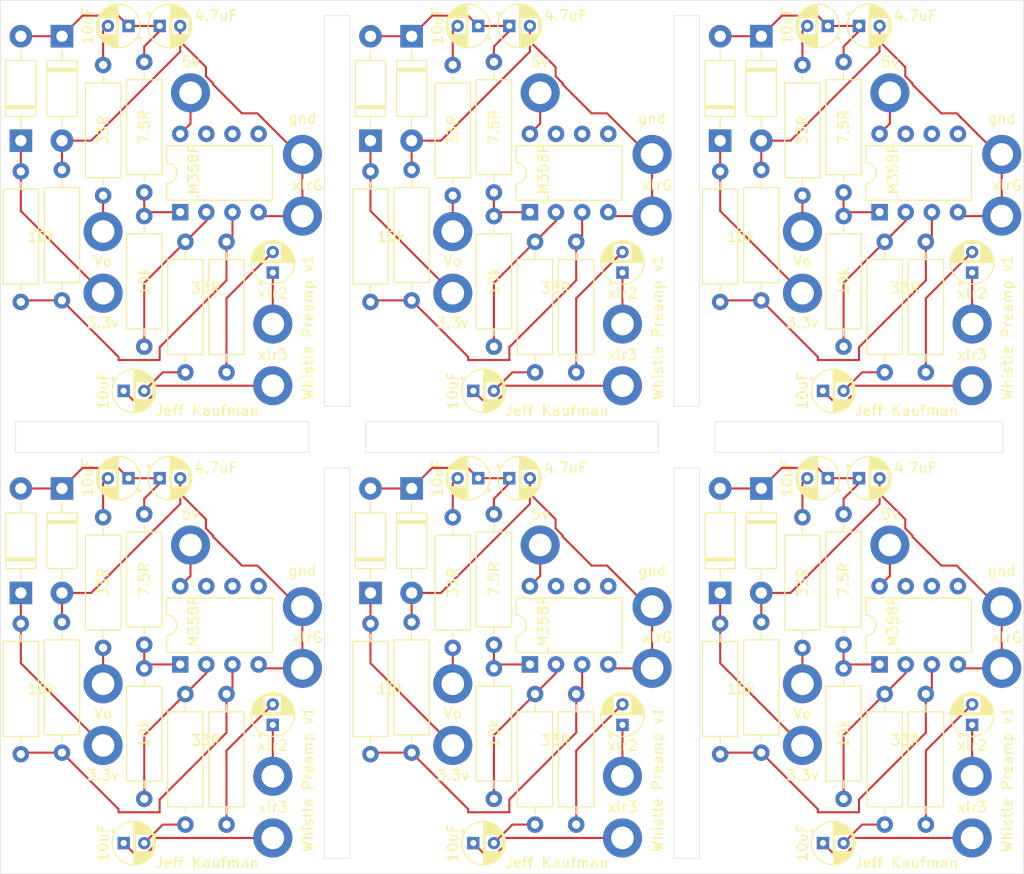
<source format=kicad_pcb>
(kicad_pcb (version 20240108) (generator "pcbnew") (generator_version "8.0")
  (layers (0 "F.Cu" signal) (31 "B.Cu" signal) (34 "B.Paste" user) (35 "F.Paste" user) (36 "B.SilkS" user "B.Silkscreen") (37 "F.SilkS" user "F.Silkscreen") (38 "B.Mask" user) (39 "F.Mask" user) (44 "Edge.Cuts" user))
  (net 0 "")
  (net 1 "Net-(C1-Pad2)")
  (net 2 "Net-(C1-Pad1)")
  (net 3 "Net-(C2-Pad2)")
  (net 4 "Net-(C2-Pad1)")
  (net 5 "Net-(D1-K)")
  (net 6 "Net-(D1-A)")
  (net 7 "Net-(C4-Pad2)")
  (net 8 "Net-(D2-K)")
  (net 9 "Net-(H4-Pad1)")
  (net 10 "Net-(U1C-V+)")
  (net 11 "Net-(U1A--)")
  (net 12 "Net-(U1A-+)")
  (net 13 "Net-(R3-Pad1)")
  (footprint "MountingHole:MountingHole_2.2mm_M2_DIN965_Pad_TopBottom" (layer "F.Cu") (at 244.5 83.5)
    (property "Reference" "H1" (hide yes))
    (property "Value" "xlr3")
  )
  (footprint "Capacitor_THT:CP_Radial_D4.0mm_P2.00mm" (layer "F.Cu") (at 196.4726 48.5 180)
    (property "Reference" "C4" (hide yes))
    (property "Value" "10uF")
  )
  (footprint "MountingHole:MountingHole_2.2mm_M2_DIN965_Pad_TopBottom" (layer "F.Cu") (at 228 74.5)
    (property "Reference" "H7" (hide yes))
    (property "Value" "3.3v")
  )
  (footprint "Resistor_THT:R_Axial_DIN0309_L9.0mm_D3.2mm_P12.70mm_Horizontal" (layer "F.Cu") (at 172 69.5 -90)
    (property "Reference" "R2" (hide yes))
    (property "Value" "33R")
  )
  (footprint "Capacitor_THT:CP_Radial_D4.0mm_P2.00mm" (layer "F.Cu") (at 199.5 92.5)
    (property "Reference" "C3" (hide yes))
    (property "Value" "4.7uF")
  )
  (footprint "MountingHole:MountingHole_2.2mm_M2_DIN965_Pad_TopBottom" (layer "F.Cu") (at 228 118.5)
    (property "Reference" "H7" (hide yes))
    (property "Value" "3.3v")
  )
  (footprint "MountingHole:MountingHole_2.2mm_M2_DIN965_Pad_TopBottom" (layer "F.Cu") (at 210.5 77.5)
    (property "Reference" "H2" (hide yes))
    (property "Value" "xlr2")
  )
  (footprint "MountingHole:MountingHole_2.2mm_M2_DIN965_Pad_TopBottom" (layer "F.Cu") (at 179.38 105)
    (property "Reference" "H5" (hide yes))
    (property "Value" "gnd")
  )
  (footprint "MountingHole:MountingHole_5mm" (layer "F.Cu") (at 175.5 51.5)
    (property "Reference" "REF**" (hide yes))
    (property "Value" "MountingHole_5mm" (hide yes))
  )
  (footprint "MountingHole:MountingHole_2.2mm_M2_DIN965_Pad_TopBottom" (layer "F.Cu") (at 247.38 61)
    (property "Reference" "H5" (hide yes))
    (property "Value" "gnd")
  )
  (footprint "MountingHole:MountingHole_5mm" (layer "F.Cu") (at 175.5 95.5)
    (property "Reference" "REF**" (hide yes))
    (property "Value" "MountingHole_5mm" (hide yes))
  )
  (footprint "MountingHole:MountingHole_2.2mm_M2_DIN965_Pad_TopBottom" (layer "F.Cu") (at 213.38 61)
    (property "Reference" "H5" (hide yes))
    (property "Value" "gnd")
  )
  (footprint "Resistor_THT:R_Axial_DIN0309_L9.0mm_D3.2mm_P12.70mm_Horizontal" (layer "F.Cu") (at 198 111 -90)
    (property "Reference" "R3" (hide yes))
    (property "Value" "10k")
  )
  (footprint "Diode_THT:D_DO-41_SOD81_P10.16mm_Horizontal" (layer "F.Cu") (at 186 103.66 90)
    (property "Reference" "D2" (hide yes))
    (property "Value" "1N5818" (hide yes))
  )
  (footprint "Capacitor_THT:CP_Radial_D4.0mm_P2.00mm" (layer "F.Cu") (at 233.5 92.5)
    (property "Reference" "C3" (hide yes))
    (property "Value" "4.7uF")
  )
  (footprint "MountingHole:MountingHole_2.2mm_M2_DIN965_Pad_TopBottom" (layer "F.Cu") (at 210.5 121.5)
    (property "Reference" "H2" (hide yes))
    (property "Value" "xlr2")
  )
  (footprint "MountingHole:MountingHole_2.2mm_M2_DIN965_Pad_TopBottom" (layer "F.Cu") (at 244.5 127.5)
    (property "Reference" "H1" (hide yes))
    (property "Value" "xlr3")
  )
  (footprint "Resistor_THT:R_Axial_DIN0309_L9.0mm_D3.2mm_P12.70mm_Horizontal" (layer "F.Cu") (at 220 62.65 -90)
    (property "Reference" "R6" (hide yes))
    (property "Value" "10k")
  )
  (footprint "MountingHole:MountingHole_2.2mm_M2_DIN965_Pad_TopBottom" (layer "F.Cu") (at 168.5 99)
    (property "Reference" "H6" (hide yes))
    (property "Value" "5v")
  )
  (footprint "Resistor_THT:R_Axial_DIN0309_L9.0mm_D3.2mm_P12.70mm_Horizontal" (layer "F.Cu") (at 232 96 -90)
    (property "Reference" "R4" (hide yes))
    (property "Value" "7.5R")
  )
  (footprint "MountingHole:MountingHole_2.2mm_M2_DIN965_Pad_TopBottom" (layer "F.Cu") (at 179.38 67)
    (property "Reference" "H3" (hide yes))
    (property "Value" "xlrG")
  )
  (footprint "Resistor_THT:R_Axial_DIN0309_L9.0mm_D3.2mm_P12.70mm_Horizontal" (layer "F.Cu") (at 236 69.5 -90)
    (property "Reference" "R1" (hide yes))
    (property "Value" "33R" (hide yes))
  )
  (footprint "Capacitor_THT:CP_Radial_D4.0mm_P2.00mm" (layer "F.Cu") (at 230.4726 48.5 180)
    (property "Reference" "C4" (hide yes))
    (property "Value" "10uF")
  )
  (footprint "MountingHole:MountingHole_2.2mm_M2_DIN965_Pad_TopBottom" (layer "F.Cu") (at 247.38 111)
    (property "Reference" "H3" (hide yes))
    (property "Value" "xlrG")
  )
  (footprint "Diode_THT:D_DO-41_SOD81_P10.16mm_Horizontal" (layer "F.Cu") (at 186 59.66 90)
    (property "Reference" "D2" (hide yes))
    (property "Value" "1N5818" (hide yes))
  )
  (footprint "Diode_THT:D_DO-41_SOD81_P10.16mm_Horizontal" (layer "F.Cu") (at 224 49.5 -90)
    (property "Reference" "D1" (hide yes))
    (property "Value" "1N5818" (hide yes))
  )
  (footprint "Resistor_THT:R_Axial_DIN0309_L9.0mm_D3.2mm_P12.70mm_Horizontal" (layer "F.Cu") (at 194 65 90)
    (property "Reference" "R7" (hide yes))
    (property "Value" "33R")
  )
  (footprint "MountingHole:MountingHole_2.2mm_M2_DIN965_Pad_TopBottom" (layer "F.Cu") (at 210.5 83.5)
    (property "Reference" "H1" (hide yes))
    (property "Value" "xlr3")
  )
  (footprint "MountingHole:MountingHole_2.2mm_M2_DIN965_Pad_TopBottom" (layer "F.Cu") (at 160 118.5)
    (property "Reference" "H7" (hide yes))
    (property "Value" "3.3v")
  )
  (footprint "Resistor_THT:R_Axial_DIN0309_L9.0mm_D3.2mm_P12.70mm_Horizontal" (layer "F.Cu") (at 202 113.5 -90)
    (property "Reference" "R1" (hide yes))
    (property "Value" "33R" (hide yes))
  )
  (footprint "Resistor_THT:R_Axial_DIN0309_L9.0mm_D3.2mm_P12.70mm_Horizontal" (layer "F.Cu") (at 152 62.65 -90)
    (property "Reference" "R6" (hide yes))
    (property "Value" "10k")
  )
  (footprint "Resistor_THT:R_Axial_DIN0309_L9.0mm_D3.2mm_P12.70mm_Horizontal" (layer "F.Cu") (at 190 75.2 90)
    (property "Reference" "R5" (hide yes))
    (property "Value" "10k" (hide yes))
  )
  (footprint "Package_DIP:DIP-8_W7.62mm" (layer "F.Cu") (at 201.5 66.62 90)
    (property "Reference" "U1" (hide yes))
    (property "Value" "LM358P")
  )
  (footprint "Capacitor_THT:CP_Radial_D4.0mm_P2.00mm" (layer "F.Cu") (at 210.5 72.5 90)
    (property "Reference" "C2" (hide yes))
    (property "Value" "10uF" (hide yes))
  )
  (footprint "Resistor_THT:R_Axial_DIN0309_L9.0mm_D3.2mm_P12.70mm_Horizontal" (layer "F.Cu") (at 232 67 -90)
    (property "Reference" "R3" (hide yes))
    (property "Value" "10k")
  )
  (footprint "MountingHole:MountingHole_5mm" (layer "F.Cu") (at 223.5 125.5)
    (property "Reference" "REF**" (hide yes))
    (property "Value" "MountingHole_5mm" (hide yes))
  )
  (footprint "MountingHole:MountingHole_2.2mm_M2_DIN965_Pad_TopBottom" (layer "F.Cu") (at 176.5 77.5)
    (property "Reference" "H2" (hide yes))
    (property "Value" "xlr2")
  )
  (footprint "Capacitor_THT:CP_Radial_D4.0mm_P2.00mm" (layer "F.Cu") (at 244.5 116.5 90)
    (property "Reference" "C2" (hide yes))
    (property "Value" "10uF" (hide yes))
  )
  (footprint "Diode_THT:D_DO-41_SOD81_P10.16mm_Horizontal" (layer "F.Cu") (at 220 59.66 90)
    (property "Reference" "D2" (hide yes))
    (property "Value" "1N5818" (hide yes))
  )
  (footprint "Capacitor_THT:CP_Radial_D4.0mm_P2.00mm" (layer "F.Cu") (at 176.5 116.5 90)
    (property "Reference" "C2" (hide yes))
    (property "Value" "10uF" (hide yes))
  )
  (footprint "Resistor_THT:R_Axial_DIN0309_L9.0mm_D3.2mm_P12.70mm_Horizontal" (layer "F.Cu") (at 194 109 90)
    (property "Reference" "R7" (hide yes))
    (property "Value" "33R")
  )
  (footprint "Resistor_THT:R_Axial_DIN0309_L9.0mm_D3.2mm_P12.70mm_Horizontal" (layer "F.Cu") (at 156 119.2 90)
    (property "Reference" "R5" (hide yes))
    (property "Value" "10k" (hide yes))
  )
  (footprint "Capacitor_THT:CP_Radial_D4.0mm_P2.00mm" (layer "F.Cu") (at 162.4726 92.5 180)
    (property "Reference" "C4" (hide yes))
    (property "Value" "10uF")
  )
  (footprint "Package_DIP:DIP-8_W7.62mm" (layer "F.Cu") (at 167.5 110.62 90)
    (property "Reference" "U1" (hide yes))
    (property "Value" "LM358P")
  )
  (footprint "MountingHole:MountingHole_2.2mm_M2_DIN965_Pad_TopBottom" (layer "F.Cu") (at 210.5 127.5)
    (property "Reference" "H1" (hide yes))
    (property "Value" "xlr3")
  )
  (footprint "Capacitor_THT:CP_Radial_D4.0mm_P2.00mm" (layer "F.Cu") (at 196.4726 92.5 180)
    (property "Reference" "C4" (hide yes))
    (property "Value" "10uF")
  )
  (footprint "MountingHole:MountingHole_2.2mm_M2_DIN965_Pad_TopBottom" (layer "F.Cu") (at 202.5 55)
    (property "Reference" "H6" (hide yes))
    (property "Value" "5v")
  )
  (footprint "Resistor_THT:R_Axial_DIN0309_L9.0mm_D3.2mm_P12.70mm_Horizontal" (layer "F.Cu") (at 164 111 -90)
    (property "Reference" "R3" (hide yes))
    (property "Value" "10k")
  )
  (footprint "Capacitor_THT:CP_Radial_D4.0mm_P2.00mm" (layer "F.Cu") (at 230.4726 92.5 180)
    (property "Reference" "C4" (hide yes))
    (property "Value" "10uF")
  )
  (footprint "Resistor_THT:R_Axial_DIN0309_L9.0mm_D3.2mm_P12.70mm_Horizontal" (layer "F.Cu") (at 164 96 -90)
    (property "Reference" "R4" (hide yes))
    (property "Value" "7.5R")
  )
  (footprint "Resistor_THT:R_Axial_DIN0309_L9.0mm_D3.2mm_P12.70mm_Horizontal" (layer "F.Cu") (at 168 69.5 -90)
    (property "Reference" "R1" (hide yes))
    (property "Value" "33R" (hide yes))
  )
  (footprint "Capacitor_THT:CP_Radial_D4.0mm_P2.00mm" (layer "F.Cu") (at 230 128)
    (property "Reference" "C1" (hide yes))
    (property "Value" "10uF")
  )
  (footprint "MountingHole:MountingHole_2.2mm_M2_DIN965_Pad_TopBottom" (layer "F.Cu") (at 179.38 111)
    (property "Reference" "H3" (hide yes))
    (property "Value" "xlrG")
  )
  (footprint "MountingHole:MountingHole_5mm" (layer "F.Cu") (at 189.5 81.5)
    (property "Reference" "REF**" (hide yes))
    (property "Value" "MountingHole_5mm" (hide yes))
  )
  (footprint "MountingHole:MountingHole_2.2mm_M2_DIN965_Pad_TopBottom" (layer "F.Cu") (at 176.5 127.5)
    (property "Reference" "H1" (hide yes))
    (property "Value" "xlr3")
  )
  (footprint "MountingHole:MountingHole_2.2mm_M2_DIN965_Pad_TopBottom" (layer "F.Cu") (at 176.5 83.5)
    (property "Reference" "H1" (hide yes))
    (property "Value" "xlr3")
  )
  (footprint "Diode_THT:D_DO-41_SOD81_P10.16mm_Horizontal" (layer "F.Cu") (at 224 93.5 -90)
    (property "Reference" "D1" (hide yes))
    (property "Value" "1N5818" (hide yes))
  )
  (footprint "Capacitor_THT:CP_Radial_D4.0mm_P2.00mm" (layer "F.Cu") (at 210.5 116.5 90)
    (property "Reference" "C2" (hide yes))
    (property "Value" "10uF" (hide yes))
  )
  (footprint "MountingHole:MountingHole_2.2mm_M2_DIN965_Pad_TopBottom" (layer "F.Cu") (at 179.38 61)
    (property "Reference" "H5" (hide yes))
    (property "Value" "gnd")
  )
  (footprint "Capacitor_THT:CP_Radial_D4.0mm_P2.00mm" (layer "F.Cu") (at 230 84)
    (property "Reference" "C1" (hide yes))
    (property "Value" "10uF")
  )
  (footprint "Resistor_THT:R_Axial_DIN0309_L9.0mm_D3.2mm_P12.70mm_Horizontal" (layer "F.Cu") (at 220 106.65 -90)
    (property "Reference" "R6" (hide yes))
    (property "Value" "10k")
  )
  (footprint "MountingHole:MountingHole_5mm" (layer "F.Cu") (at 189.5 125.5)
    (property "Reference" "REF**" (hide yes))
    (property "Value" "MountingHole_5mm" (hide yes))
  )
  (footprint "Resistor_THT:R_Axial_DIN0309_L9.0mm_D3.2mm_P12.70mm_Horizontal" (layer "F.Cu") (at 202 69.5 -90)
    (property "Reference" "R1" (hide yes))
    (property "Value" "33R" (hide yes))
  )
  (footprint "MountingHole:MountingHole_2.2mm_M2_DIN965_Pad_TopBottom" (layer "F.Cu") (at 244.5 77.5)
    (property "Reference" "H2" (hide yes))
    (property "Value" "xlr2")
  )
  (footprint "Resistor_THT:R_Axial_DIN0309_L9.0mm_D3.2mm_P12.70mm_Horizontal" (layer "F.Cu") (at 206 69.5 -90)
    (property "Reference" "R2" (hide yes))
    (property "Value" "33R")
  )
  (footprint "MountingHole:MountingHole_2.2mm_M2_DIN965_Pad_TopBottom" (layer "F.Cu") (at 194 68.5)
    (property "Reference" "H4" (hide yes))
    (property "Value" "Vo")
  )
  (footprint "Capacitor_THT:CP_Radial_D4.0mm_P2.00mm" (layer "F.Cu") (at 165.5 92.5)
    (property "Reference" "C3" (hide yes))
    (property "Value" "4.7uF")
  )
  (footprint "MountingHole:MountingHole_2.2mm_M2_DIN965_Pad_TopBottom" (layer "F.Cu") (at 176.5 121.5)
    (property "Reference" "H2" (hide yes))
    (property "Value" "xlr2")
  )
  (footprint "MountingHole:MountingHole_2.2mm_M2_DIN965_Pad_TopBottom" (layer "F.Cu") (at 236.5 55)
    (property "Reference" "H6" (hide yes))
    (property "Value" "5v")
  )
  (footprint "MountingHole:MountingHole_5mm" (layer "F.Cu") (at 209.5 95.5)
    (property "Reference" "REF**" (hide yes))
    (property "Value" "MountingHole_5mm" (hide yes))
  )
  (footprint "Capacitor_THT:CP_Radial_D4.0mm_P2.00mm" (layer "F.Cu") (at 162.4726 48.5 180)
    (property "Reference" "C4" (hide yes))
    (property "Value" "10uF")
  )
  (footprint "Resistor_THT:R_Axial_DIN0309_L9.0mm_D3.2mm_P12.70mm_Horizontal" (layer "F.Cu") (at 228 109 90)
    (property "Reference" "R7" (hide yes))
    (property "Value" "33R")
  )
  (footprint "Diode_THT:D_DO-41_SOD81_P10.16mm_Horizontal" (layer "F.Cu") (at 156 49.5 -90)
    (property "Reference" "D1" (hide yes))
    (property "Value" "1N5818" (hide yes))
  )
  (footprint "Diode_THT:D_DO-41_SOD81_P10.16mm_Horizontal" (layer "F.Cu") (at 190 49.5 -90)
    (property "Reference" "D1" (hide yes))
    (property "Value" "1N5818" (hide yes))
  )
  (footprint "Resistor_THT:R_Axial_DIN0309_L9.0mm_D3.2mm_P12.70mm_Horizontal" (layer "F.Cu") (at 152 106.65 -90)
    (property "Reference" "R6" (hide yes))
    (property "Value" "10k")
  )
  (footprint "Diode_THT:D_DO-41_SOD81_P10.16mm_Horizontal" (layer "F.Cu") (at 156 93.5 -90)
    (property "Reference" "D1" (hide yes))
    (property "Value" "1N5818" (hide yes))
  )
  (footprint "Diode_THT:D_DO-41_SOD81_P10.16mm_Horizontal" (layer "F.Cu") (at 220 103.66 90)
    (property "Reference" "D2" (hide yes))
    (property "Value" "1N5818" (hide yes))
  )
  (footprint "MountingHole:MountingHole_5mm" (layer "F.Cu") (at 209.5 51.5)
    (property "Reference" "REF**" (hide yes))
    (property "Value" "MountingHole_5mm" (hide yes))
  )
  (footprint "MountingHole:MountingHole_2.2mm_M2_DIN965_Pad_TopBottom" (layer "F.Cu") (at 247.38 105)
    (property "Reference" "H5" (hide yes))
    (property "Value" "gnd")
  )
  (footprint "Diode_THT:D_DO-41_SOD81_P10.16mm_Horizontal" (layer "F.Cu") (at 152 59.66 90)
    (property "Reference" "D2" (hide yes))
    (property "Value" "1N5818" (hide yes))
  )
  (footprint "MountingHole:MountingHole_2.2mm_M2_DIN965_Pad_TopBottom" (layer "F.Cu") (at 213.38 105)
    (property "Reference" "H5" (hide yes))
    (property "Value" "gnd")
  )
  (footprint "Resistor_THT:R_Axial_DIN0309_L9.0mm_D3.2mm_P12.70mm_Horizontal" (layer "F.Cu") (at 240 113.5 -90)
    (property "Reference" "R2" (hide yes))
    (property "Value" "33R")
  )
  (footprint "Capacitor_THT:CP_Radial_D4.0mm_P2.00mm" (layer "F.Cu") (at 176.5 72.5 90)
    (property "Reference" "C2" (hide yes))
    (property "Value" "10uF" (hide yes))
  )
  (footprint "Resistor_THT:R_Axial_DIN0309_L9.0mm_D3.2mm_P12.70mm_Horizontal" (layer "F.Cu") (at 160 65 90)
    (property "Reference" "R7" (hide yes))
    (property "Value" "33R")
  )
  (footprint "MountingHole:MountingHole_2.2mm_M2_DIN965_Pad_TopBottom" (layer "F.Cu") (at 213.38 111)
    (property "Reference" "H3" (hide yes))
    (property "Value" "xlrG")
  )
  (footprint "MountingHole:MountingHole_5mm" (layer "F.Cu") (at 223.5 81.5)
    (property "Reference" "REF**" (hide yes))
    (property "Value" "MountingHole_5mm" (hide yes))
  )
  (footprint "MountingHole:MountingHole_2.2mm_M2_DIN965_Pad_TopBottom" (layer "F.Cu") (at 202.5 99)
    (property "Reference" "H6" (hide yes))
    (property "Value" "5v")
  )
  (footprint "MountingHole:MountingHole_2.2mm_M2_DIN965_Pad_TopBottom" (layer "F.Cu") (at 160 74.5)
    (property "Reference" "H7" (hide yes))
    (property "Value" "3.3v")
  )
  (footprint "MountingHole:MountingHole_2.2mm_M2_DIN965_Pad_TopBottom" (layer "F.Cu") (at 194 112.5)
    (property "Reference" "H4" (hide yes))
    (property "Value" "Vo")
  )
  (footprint "Resistor_THT:R_Axial_DIN0309_L9.0mm_D3.2mm_P12.70mm_Horizontal" (layer "F.Cu") (at 160 109 90)
    (property "Reference" "R7" (hide yes))
    (property "Value" "33R")
  )
  (footprint "MountingHole:MountingHole_2.2mm_M2_DIN965_Pad_TopBottom" (layer "F.Cu") (at 168.5 55)
    (property "Reference" "H6" (hide yes))
    (property "Value" "5v")
  )
  (footprint "MountingHole:MountingHole_5mm" (layer "F.Cu") (at 243.5 95.5)
    (property "Reference" "REF**" (hide yes))
    (property "Value" "MountingHole_5mm" (hide yes))
  )
  (footprint "Resistor_THT:R_Axial_DIN0309_L9.0mm_D3.2mm_P12.70mm_Horizontal" (layer "F.Cu") (at 164 52 -90)
    (property "Reference" "R4" (hide yes))
    (property "Value" "7.5R")
  )
  (footprint "Resistor_THT:R_Axial_DIN0309_L9.0mm_D3.2mm_P12.70mm_Horizontal" (layer "F.Cu") (at 240 69.5 -90)
    (property "Reference" "R2" (hide yes))
    (property "Value" "33R")
  )
  (footprint "Capacitor_THT:CP_Radial_D4.0mm_P2.00mm" (layer "F.Cu") (at 165.5 48.5)
    (property "Reference" "C3" (hide yes))
    (property "Value" "4.7uF")
  )
  (footprint "Capacitor_THT:CP_Radial_D4.0mm_P2.00mm" (layer "F.Cu") (at 162 128)
    (property "Reference" "C1" (hide yes))
    (property "Value" "10uF")
  )
  (footprint "Resistor_THT:R_Axial_DIN0309_L9.0mm_D3.2mm_P12.70mm_Horizontal" (layer "F.Cu") (at 172 113.5 -90)
    (property "Reference" "R2" (hide yes))
    (property "Value" "33R")
  )
  (footprint "MountingHole:MountingHole_2.2mm_M2_DIN965_Pad_TopBottom" (layer "F.Cu") (at 194 74.5)
    (property "Reference" "H7" (hide yes))
    (property "Value" "3.3v")
  )
  (footprint "Resistor_THT:R_Axial_DIN0309_L9.0mm_D3.2mm_P12.70mm_Horizontal" (layer "F.Cu") (at 186 62.65 -90)
    (property "Reference" "R6" (hide yes))
    (property "Value" "10k")
  )
  (footprint "Resistor_THT:R_Axial_DIN0309_L9.0mm_D3.2mm_P12.70mm_Horizontal" (layer "F.Cu") (at 190 119.2 90)
    (property "Reference" "R5" (hide yes))
    (property "Value" "10k" (hide yes))
  )
  (footprint "MountingHole:MountingHole_5mm" (layer "F.Cu") (at 155.5 81.5)
    (property "Reference" "REF**" (hide yes))
    (property "Value" "MountingHole_5mm" (hide yes))
  )
  (footprint "MountingHole:MountingHole_2.2mm_M2_DIN965_Pad_TopBottom" (layer "F.Cu") (at 228 68.5)
    (property "Reference" "H4" (hide yes))
    (property "Value" "Vo")
  )
  (footprint "Resistor_THT:R_Axial_DIN0309_L9.0mm_D3.2mm_P12.70mm_Horizontal" (layer "F.Cu") (at 236 113.5 -90)
    (property "Reference" "R1" (hide yes))
    (property "Value" "33R" (hide yes))
  )
  (footprint "Package_DIP:DIP-8_W7.62mm" (layer "F.Cu") (at 235.5 110.62 90)
    (property "Reference" "U1" (hide yes))
    (property "Value" "LM358P")
  )
  (footprint "Capacitor_THT:CP_Radial_D4.0mm_P2.00mm" (layer "F.Cu") (at 199.5 48.5)
    (property "Reference" "C3" (hide yes))
    (property "Value" "4.7uF")
  )
  (footprint "MountingHole:MountingHole_5mm" (layer "F.Cu") (at 155.5 125.5)
    (property "Reference" "REF**" (hide yes))
    (property "Value" "MountingHole_5mm" (hide yes))
  )
  (footprint "Resistor_THT:R_Axial_DIN0309_L9.0mm_D3.2mm_P12.70mm_Horizontal" (layer "F.Cu") (at 224 119.2 90)
    (property "Reference" "R5" (hide yes))
    (property "Value" "10k" (hide yes))
  )
  (footprint "Resistor_THT:R_Axial_DIN0309_L9.0mm_D3.2mm_P12.70mm_Horizontal" (layer "F.Cu") (at 186 106.65 -90)
    (property "Reference" "R6" (hide yes))
    (property "Value" "10k")
  )
  (footprint "Diode_THT:D_DO-41_SOD81_P10.16mm_Horizontal" (layer "F.Cu") (at 190 93.5 -90)
    (property "Reference" "D1" (hide yes))
    (property "Value" "1N5818" (hide yes))
  )
  (footprint "Resistor_THT:R_Axial_DIN0309_L9.0mm_D3.2mm_P12.70mm_Horizontal" (layer "F.Cu") (at 168 113.5 -90)
    (property "Reference" "R1" (hide yes))
    (property "Value" "33R" (hide yes))
  )
  (footprint "MountingHole:MountingHole_2.2mm_M2_DIN965_Pad_TopBottom" (layer "F.Cu") (at 213.38 67)
    (property "Reference" "H3" (hide yes))
    (property "Value" "xlrG")
  )
  (footprint "Package_DIP:DIP-8_W7.62mm" (layer "F.Cu") (at 201.5 110.62 90)
    (property "Reference" "U1" (hide yes))
    (property "Value" "LM358P")
  )
  (footprint "Capacitor_THT:CP_Radial_D4.0mm_P2.00mm" (layer "F.Cu") (at 196 84)
    (property "Reference" "C1" (hide yes))
    (property "Value" "10uF")
  )
  (footprint "Resistor_THT:R_Axial_DIN0309_L9.0mm_D3.2mm_P12.70mm_Horizontal" (layer "F.Cu") (at 164 67 -90)
    (property "Reference" "R3" (hide yes))
    (property "Value" "10k")
  )
  (footprint "MountingHole:MountingHole_2.2mm_M2_DIN965_Pad_TopBottom" (layer "F.Cu") (at 194 118.5)
    (property "Reference" "H7" (hide yes))
    (property "Value" "3.3v")
  )
  (footprint "MountingHole:MountingHole_2.2mm_M2_DIN965_Pad_TopBottom" (layer "F.Cu") (at 160 68.5)
    (property "Reference" "H4" (hide yes))
    (property "Value" "Vo")
  )
  (footprint "Resistor_THT:R_Axial_DIN0309_L9.0mm_D3.2mm_P12.70mm_Horizontal" (layer "F.Cu") (at 198 67 -90)
    (property "Reference" "R3" (hide yes))
    (property "Value" "10k")
  )
  (footprint "MountingHole:MountingHole_5mm" (layer "F.Cu") (at 243.5 51.5)
    (property "Reference" "REF**" (hide yes))
    (property "Value" "MountingHole_5mm" (hide yes))
  )
  (footprint "Capacitor_THT:CP_Radial_D4.0mm_P2.00mm" (layer "F.Cu") (at 162 84)
    (property "Reference" "C1" (hide yes))
    (property "Value" "10uF")
  )
  (footprint "MountingHole:MountingHole_2.2mm_M2_DIN965_Pad_TopBottom" (layer "F.Cu") (at 244.5 121.5)
    (property "Reference" "H2" (hide yes))
    (property "Value" "xlr2")
  )
  (footprint "Capacitor_THT:CP_Radial_D4.0mm_P2.00mm" (layer "F.Cu") (at 244.5 72.5 90)
    (property "Reference" "C2" (hide yes))
    (property "Value" "10uF" (hide yes))
  )
  (footprint "MountingHole:MountingHole_2.2mm_M2_DIN965_Pad_TopBottom" (layer "F.Cu") (at 228 112.5)
    (property "Reference" "H4" (hide yes))
    (property "Value" "Vo")
  )
  (footprint "Package_DIP:DIP-8_W7.62mm" (layer "F.Cu") (at 167.5 66.62 90)
    (property "Reference" "U1" (hide yes))
    (property "Value" "LM358P")
  )
  (footprint "Diode_THT:D_DO-41_SOD81_P10.16mm_Horizontal" (layer "F.Cu") (at 152 103.66 90)
    (property "Reference" "D2" (hide yes))
    (property "Value" "1N5818" (hide yes))
  )
  (footprint "Resistor_THT:R_Axial_DIN0309_L9.0mm_D3.2mm_P12.70mm_Horizontal" (layer "F.Cu") (at 232 111 -90)
    (property "Reference" "R3" (hide yes))
    (property "Value" "10k")
  )
  (footprint "MountingHole:MountingHole_2.2mm_M2_DIN965_Pad_TopBottom" (layer "F.Cu") (at 236.5 99)
    (property "Reference" "H6" (hide yes))
    (property "Value" "5v")
  )
  (footprint "MountingHole:MountingHole_2.2mm_M2_DIN965_Pad_TopBottom" (layer "F.Cu") (at 247.38 67)
    (property "Reference" "H3" (hide yes))
    (property "Value" "xlrG")
  )
  (footprint "Resistor_THT:R_Axial_DIN0309_L9.0mm_D3.2mm_P12.70mm_Horizontal" (layer "F.Cu") (at 232 52 -90)
    (property "Reference" "R4" (hide yes))
    (property "Value" "7.5R")
  )
  (footprint "MountingHole:MountingHole_2.2mm_M2_DIN965_Pad_TopBottom" (layer "F.Cu") (at 160 112.5)
    (property "Reference" "H4" (hide yes))
    (property "Value" "Vo")
  )
  (footprint "Resistor_THT:R_Axial_DIN0309_L9.0mm_D3.2mm_P12.70mm_Horizontal" (layer "F.Cu") (at 206 113.5 -90)
    (property "Reference" "R2" (hide yes))
    (property "Value" "33R")
  )
  (footprint "Capacitor_THT:CP_Radial_D4.0mm_P2.00mm" (layer "F.Cu") (at 196 128)
    (property "Reference" "C1" (hide yes))
    (property "Value" "10uF")
  )
  (footprint "Package_DIP:DIP-8_W7.62mm" (layer "F.Cu") (at 235.5 66.62 90)
    (property "Reference" "U1" (hide yes))
    (property "Value" "LM358P")
  )
  (footprint "Resistor_THT:R_Axial_DIN0309_L9.0mm_D3.2mm_P12.70mm_Horizontal" (layer "F.Cu") (at 224 75.2 90)
    (property "Reference" "R5" (hide yes))
    (property "Value" "10k" (hide yes))
  )
  (footprint "Resistor_THT:R_Axial_DIN0309_L9.0mm_D3.2mm_P12.70mm_Horizontal" (layer "F.Cu") (at 198 52 -90)
    (property "Reference" "R4" (hide yes))
    (property "Value" "7.5R")
  )
  (footprint "Capacitor_THT:CP_Radial_D4.0mm_P2.00mm" (layer "F.Cu") (at 233.5 48.5)
    (property "Reference" "C3" (hide yes))
    (property "Value" "4.7uF")
  )
  (footprint "Resistor_THT:R_Axial_DIN0309_L9.0mm_D3.2mm_P12.70mm_Horizontal" (layer "F.Cu") (at 156 75.2 90)
    (property "Reference" "R5" (hide yes))
    (property "Value" "10k" (hide yes))
  )
  (footprint "Resistor_THT:R_Axial_DIN0309_L9.0mm_D3.2mm_P12.70mm_Horizontal" (layer "F.Cu") (at 228 65 90)
    (property "Reference" "R7" (hide yes))
    (property "Value" "33R")
  )
  (footprint "Resistor_THT:R_Axial_DIN0309_L9.0mm_D3.2mm_P12.70mm_Horizontal" (layer "F.Cu") (at 198 96 -90)
    (property "Reference" "R4" (hide yes))
    (property "Value" "7.5R")
  )
  (gr_rect (start 181.5 91.5) (end 184 129.5) (stroke (width 0.05)) (fill none) (layer "Edge.Cuts"))
  (gr_rect (start 219.5 87) (end 247.5 90) (stroke (width 0.05)) (fill none) (layer "Edge.Cuts"))
  (gr_rect (start 215.5 91.5) (end 218 129.5) (stroke (width 0.05)) (fill none) (layer "Edge.Cuts"))
  (gr_rect (start 150 46) (end 249.5 131) (stroke (width 0.05)) (fill none) (layer "Edge.Cuts"))
  (gr_rect (start 151.5 87) (end 180 90) (stroke (width 0.05)) (fill none) (layer "Edge.Cuts"))
  (gr_rect (start 181.5 47.5) (end 184 85.5) (stroke (width 0.05)) (fill none) (layer "Edge.Cuts"))
  (gr_rect (start 185.5 87) (end 214 90) (stroke (width 0.05)) (fill none) (layer "Edge.Cuts"))
  (gr_rect (start 215.5 47.5) (end 218 85.5) (stroke (width 0.05)) (fill none) (layer "Edge.Cuts"))
  (gr_text "Jeff Kaufman" (at 233 130.5 0) (layer "F.SilkS") (effects (font (size 1 1)) (justify left bottom)))
  (gr_text "Jeff Kaufman" (at 199 130.5 0) (layer "F.SilkS") (effects (font (size 1 1)) (justify left bottom)))
  (gr_text "Whistle Preamp v1 " (at 214.5 85 90) (layer "F.SilkS") (effects (font (size 1 1)) (justify left bottom)))
  (gr_text "Jeff Kaufman" (at 165 86.5 0) (layer "F.SilkS") (effects (font (size 1 1)) (justify left bottom)))
  (gr_text "Whistle Preamp v1 " (at 180.5 129 90) (layer "F.SilkS") (effects (font (size 1 1)) (justify left bottom)))
  (gr_text "Jeff Kaufman" (at 233 86.5 0) (layer "F.SilkS") (effects (font (size 1 1)) (justify left bottom)))
  (gr_text "Whistle Preamp v1 " (at 180.5 85 90) (layer "F.SilkS") (effects (font (size 1 1)) (justify left bottom)))
  (gr_text "Whistle Preamp v1 " (at 248.5 129 90) (layer "F.SilkS") (effects (font (size 1 1)) (justify left bottom)))
  (gr_text "Jeff Kaufman" (at 165 130.5 0) (layer "F.SilkS") (effects (font (size 1 1)) (justify left bottom)))
  (gr_text "Whistle Preamp v1 " (at 214.5 129 90) (layer "F.SilkS") (effects (font (size 1 1)) (justify left bottom)))
  (gr_text "Whistle Preamp v1 " (at 248.5 85 90) (layer "F.SilkS") (effects (font (size 1 1)) (justify left bottom)))
  (gr_text "Jeff Kaufman" (at 199 86.5 0) (layer "F.SilkS") (effects (font (size 1 1)) (justify left bottom)))
  (segment (start 198 84) (end 199.8 82.2) (width 0.2) (layer "F.Cu") (net 1))
  (segment (start 233.8 126.2) (end 236 126.2) (width 0.2) (layer "F.Cu") (net 1))
  (segment (start 199.8 126.2) (end 202 126.2) (width 0.2) (layer "F.Cu") (net 1))
  (segment (start 164 128) (end 165.8 126.2) (width 0.2) (layer "F.Cu") (net 1))
  (segment (start 199.8 82.2) (end 202 82.2) (width 0.2) (layer "F.Cu") (net 1))
  (segment (start 233.8 82.2) (end 236 82.2) (width 0.2) (layer "F.Cu") (net 1))
  (segment (start 232 128) (end 233.8 126.2) (width 0.2) (layer "F.Cu") (net 1))
  (segment (start 165.8 126.2) (end 168 126.2) (width 0.2) (layer "F.Cu") (net 1))
  (segment (start 164 84) (end 165.8 82.2) (width 0.2) (layer "F.Cu") (net 1))
  (segment (start 198 128) (end 199.8 126.2) (width 0.2) (layer "F.Cu") (net 1))
  (segment (start 232 84) (end 233.8 82.2) (width 0.2) (layer "F.Cu") (net 1))
  (segment (start 165.8 82.2) (end 168 82.2) (width 0.2) (layer "F.Cu") (net 1))
  (segment (start 176.5 127.5) (end 165.065686 127.5) (width 0.2) (layer "F.Cu") (net 2))
  (segment (start 210.5 83.5) (end 199.065686 83.5) (width 0.2) (layer "F.Cu") (net 2))
  (segment (start 162.9 128.9) (end 162 128) (width 0.2) (layer "F.Cu") (net 2))
  (segment (start 198.9 83.665686) (end 198.9 84.372793) (width 0.2) (layer "F.Cu") (net 2))
  (segment (start 164.372793 128.9) (end 162.9 128.9) (width 0.2) (layer "F.Cu") (net 2))
  (segment (start 232.9 128.372793) (end 232.372793 128.9) (width 0.2) (layer "F.Cu") (net 2))
  (segment (start 233.065686 83.5) (end 232.9 83.665686) (width 0.2) (layer "F.Cu") (net 2))
  (segment (start 232.9 84.372793) (end 232.372793 84.9) (width 0.2) (layer "F.Cu") (net 2))
  (segment (start 176.5 83.5) (end 165.065686 83.5) (width 0.2) (layer "F.Cu") (net 2))
  (segment (start 244.5 83.5) (end 233.065686 83.5) (width 0.2) (layer "F.Cu") (net 2))
  (segment (start 164.9 83.665686) (end 164.9 84.372793) (width 0.2) (layer "F.Cu") (net 2))
  (segment (start 196.9 128.9) (end 196 128) (width 0.2) (layer "F.Cu") (net 2))
  (segment (start 164.372793 84.9) (end 162.9 84.9) (width 0.2) (layer "F.Cu") (net 2))
  (segment (start 199.065686 83.5) (end 198.9 83.665686) (width 0.2) (layer "F.Cu") (net 2))
  (segment (start 230.9 128.9) (end 230 128) (width 0.2) (layer "F.Cu") (net 2))
  (segment (start 232.9 127.665686) (end 232.9 128.372793) (width 0.2) (layer "F.Cu") (net 2))
  (segment (start 198.9 84.372793) (end 198.372793 84.9) (width 0.2) (layer "F.Cu") (net 2))
  (segment (start 164.9 84.372793) (end 164.372793 84.9) (width 0.2) (layer "F.Cu") (net 2))
  (segment (start 210.5 127.5) (end 199.065686 127.5) (width 0.2) (layer "F.Cu") (net 2))
  (segment (start 232.9 83.665686) (end 232.9 84.372793) (width 0.2) (layer "F.Cu") (net 2))
  (segment (start 165.065686 127.5) (end 164.9 127.665686) (width 0.2) (layer "F.Cu") (net 2))
  (segment (start 165.065686 83.5) (end 164.9 83.665686) (width 0.2) (layer "F.Cu") (net 2))
  (segment (start 198.372793 128.9) (end 196.9 128.9) (width 0.2) (layer "F.Cu") (net 2))
  (segment (start 196.9 84.9) (end 196 84) (width 0.2) (layer "F.Cu") (net 2))
  (segment (start 244.5 127.5) (end 233.065686 127.5) (width 0.2) (layer "F.Cu") (net 2))
  (segment (start 232.372793 128.9) (end 230.9 128.9) (width 0.2) (layer "F.Cu") (net 2))
  (segment (start 164.9 128.372793) (end 164.372793 128.9) (width 0.2) (layer "F.Cu") (net 2))
  (segment (start 162.9 84.9) (end 162 84) (width 0.2) (layer "F.Cu") (net 2))
  (segment (start 198.372793 84.9) (end 196.9 84.9) (width 0.2) (layer "F.Cu") (net 2))
  (segment (start 198.9 127.665686) (end 198.9 128.372793) (width 0.2) (layer "F.Cu") (net 2))
  (segment (start 198.9 128.372793) (end 198.372793 128.9) (width 0.2) (layer "F.Cu") (net 2))
  (segment (start 199.065686 127.5) (end 198.9 127.665686) (width 0.2) (layer "F.Cu") (net 2))
  (segment (start 230.9 84.9) (end 230 84) (width 0.2) (layer "F.Cu") (net 2))
  (segment (start 232.372793 84.9) (end 230.9 84.9) (width 0.2) (layer "F.Cu") (net 2))
  (segment (start 164.9 127.665686) (end 164.9 128.372793) (width 0.2) (layer "F.Cu") (net 2))
  (segment (start 233.065686 127.5) (end 232.9 127.665686) (width 0.2) (layer "F.Cu") (net 2))
  (segment (start 206 82.2) (end 206 75) (width 0.2) (layer "F.Cu") (net 3))
  (segment (start 240 119) (end 244.5 114.5) (width 0.2) (layer "F.Cu") (net 3))
  (segment (start 240 75) (end 244.5 70.5) (width 0.2) (layer "F.Cu") (net 3))
  (segment (start 206 75) (end 210.5 70.5) (width 0.2) (layer "F.Cu") (net 3))
  (segment (start 206 126.2) (end 206 119) (width 0.2) (layer "F.Cu") (net 3))
  (segment (start 240 82.2) (end 240 75) (width 0.2) (layer "F.Cu") (net 3))
  (segment (start 172 119) (end 176.5 114.5) (width 0.2) (layer "F.Cu") (net 3))
  (segment (start 206 119) (end 210.5 114.5) (width 0.2) (layer "F.Cu") (net 3))
  (segment (start 172 82.2) (end 172 75) (width 0.2) (layer "F.Cu") (net 3))
  (segment (start 240 126.2) (end 240 119) (width 0.2) (layer "F.Cu") (net 3))
  (segment (start 172 75) (end 176.5 70.5) (width 0.2) (layer "F.Cu") (net 3))
  (segment (start 172 126.2) (end 172 119) (width 0.2) (layer "F.Cu") (net 3))
  (segment (start 176.5 77.5) (end 176.5 72.5) (width 0.2) (layer "F.Cu") (net 4))
  (segment (start 210.5 77.5) (end 210.5 72.5) (width 0.2) (layer "F.Cu") (net 4))
  (segment (start 210.5 121.5) (end 210.5 116.5) (width 0.2) (layer "F.Cu") (net 4))
  (segment (start 244.5 77.5) (end 244.5 72.5) (width 0.2) (layer "F.Cu") (net 4))
  (segment (start 244.5 121.5) (end 244.5 116.5) (width 0.2) (layer "F.Cu") (net 4))
  (segment (start 176.5 121.5) (end 176.5 116.5) (width 0.2) (layer "F.Cu") (net 4))
  (segment (start 199.5 48.5) (end 199.5 49) (width 0.2) (layer "F.Cu") (net 5))
  (segment (start 195.5 91.5) (end 195.5 91.5274) (width 0.2) (layer "F.Cu") (net 5))
  (segment (start 164 94.5) (end 164 96) (width 0.2) (layer "F.Cu") (net 5))
  (segment (start 199.5 93) (end 198 94.5) (width 0.2) (layer "F.Cu") (net 5))
  (segment (start 224 93.5) (end 226 91.5) (width 0.2) (layer "F.Cu") (net 5))
  (segment (start 230.4726 92.5) (end 233.5 92.5) (width 0.2) (layer "F.Cu") (net 5))
  (segment (start 165.5 93) (end 164 94.5) (width 0.2) (layer "F.Cu") (net 5))
  (segment (start 198 50.5) (end 198 52) (width 0.2) (layer "F.Cu") (net 5))
  (segment (start 233.5 49) (end 232 50.5) (width 0.2) (layer "F.Cu") (net 5))
  (segment (start 161.5 47.5274) (end 162.4726 48.5) (width 0.2) (layer "F.Cu") (net 5))
  (segment (start 196.4726 48.5) (end 199.5 48.5) (width 0.2) (layer "F.Cu") (net 5))
  (segment (start 199.5 49) (end 198 50.5) (width 0.2) (layer "F.Cu") (net 5))
  (segment (start 165.5 48.5) (end 165.5 49) (width 0.2) (layer "F.Cu") (net 5))
  (segment (start 158 47.5) (end 161.5 47.5) (width 0.2) (layer "F.Cu") (net 5))
  (segment (start 232 50.5) (end 232 52) (width 0.2) (layer "F.Cu") (net 5))
  (segment (start 162.4726 48.5) (end 165.5 48.5) (width 0.2) (layer "F.Cu") (net 5))
  (segment (start 230.4726 48.5) (end 233.5 48.5) (width 0.2) (layer "F.Cu") (net 5))
  (segment (start 190 93.5) (end 192 91.5) (width 0.2) (layer "F.Cu") (net 5))
  (segment (start 186 93.5) (end 190 93.5) (width 0.2) (layer "F.Cu") (net 5))
  (segment (start 152 93.5) (end 156 93.5) (width 0.2) (layer "F.Cu") (net 5))
  (segment (start 152 49.5) (end 156 49.5) (width 0.2) (layer "F.Cu") (net 5))
  (segment (start 161.5 91.5) (end 161.5 91.5274) (width 0.2) (layer "F.Cu") (net 5))
  (segment (start 196.4726 92.5) (end 199.5 92.5) (width 0.2) (layer "F.Cu") (net 5))
  (segment (start 229.5 91.5274) (end 230.4726 92.5) (width 0.2) (layer "F.Cu") (net 5))
  (segment (start 198 94.5) (end 198 96) (width 0.2) (layer "F.Cu") (net 5))
  (segment (start 165.5 92.5) (end 165.5 93) (width 0.2) (layer "F.Cu") (net 5))
  (segment (start 195.5 47.5274) (end 196.4726 48.5) (width 0.2) (layer "F.Cu") (net 5))
  (segment (start 192 91.5) (end 195.5 91.5) (width 0.2) (layer "F.Cu") (net 5))
  (segment (start 165.5 49) (end 164 50.5) (width 0.2) (layer "F.Cu") (net 5))
  (segment (start 161.5 91.5274) (end 162.4726 92.5) (width 0.2) (layer "F.Cu") (net 5))
  (segment (start 220 93.5) (end 224 93.5) (width 0.2) (layer "F.Cu") (net 5))
  (segment (start 156 93.5) (end 158 91.5) (width 0.2) (layer "F.Cu") (net 5))
  (segment (start 229.5 91.5) (end 229.5 91.5274) (width 0.2) (layer "F.Cu") (net 5))
  (segment (start 192 47.5) (end 195.5 47.5) (width 0.2) (layer "F.Cu") (net 5))
  (segment (start 162.4726 92.5) (end 165.5 92.5) (width 0.2) (layer "F.Cu") (net 5))
  (segment (start 229.5 47.5274) (end 230.4726 48.5) (width 0.2) (layer "F.Cu") (net 5))
  (segment (start 224 49.5) (end 226 47.5) (width 0.2) (layer "F.Cu") (net 5))
  (segment (start 232 94.5) (end 232 96) (width 0.2) (layer "F.Cu") (net 5))
  (segment (start 190 49.5) (end 192 47.5) (width 0.2) (layer "F.Cu") (net 5))
  (segment (start 195.5 47.5) (end 195.5 47.5274) (width 0.2) (layer "F.Cu") (net 5))
  (segment (start 220 49.5) (end 224 49.5) (width 0.2) (layer "F.Cu") (net 5))
  (segment (start 233.5 93) (end 232 94.5) (width 0.2) (layer "F.Cu") (net 5))
  (segment (start 229.5 47.5) (end 229.5 47.5274) (width 0.2) (layer "F.Cu") (net 5))
  (segment (start 195.5 91.5274) (end 196.4726 92.5) (width 0.2) (layer "F.Cu") (net 5))
  (segment (start 186 49.5) (end 190 49.5) (width 0.2) (layer "F.Cu") (net 5))
  (segment (start 233.5 92.5) (end 233.5 93) (width 0.2) (layer "F.Cu") (net 5))
  (segment (start 158 91.5) (end 161.5 91.5) (width 0.2) (layer "F.Cu") (net 5))
  (segment (start 233.5 48.5) (end 233.5 49) (width 0.2) (layer "F.Cu") (net 5))
  (segment (start 164 50.5) (end 164 52) (width 0.2) (layer "F.Cu") (net 5))
  (segment (start 156 49.5) (end 158 47.5) (width 0.2) (layer "F.Cu") (net 5))
  (segment (start 226 91.5) (end 229.5 91.5) (width 0.2) (layer "F.Cu") (net 5))
  (segment (start 161.5 47.5) (end 161.5 47.5274) (width 0.2) (layer "F.Cu") (net 5))
  (segment (start 199.5 92.5) (end 199.5 93) (width 0.2) (layer "F.Cu") (net 5))
  (segment (start 226 47.5) (end 229.5 47.5) (width 0.2) (layer "F.Cu") (net 5))
  (segment (start 190 62.5) (end 190 59.66) (width 0.2) (layer "F.Cu") (net 6))
  (segment (start 235.5 94) (end 238 96.5) (width 0.2) (layer "F.Cu") (net 6))
  (segment (start 173.5 57) (end 175 57) (width 0.2) (layer "F.Cu") (net 6))
  (segment (start 238.7 98.2) (end 241.5 101) (width 0.2) (layer "F.Cu") (net 6))
  (segment (start 238 53.38873) (end 238.7 54.08873) (width 0.2) (layer "F.Cu") (net 6))
  (segment (start 179.38 111) (end 175.5 111) (width 0.2) (layer "F.Cu") (net 6))
  (segment (start 190 103.66) (end 192.84 103.66) (width 0.2) (layer "F.Cu") (net 6))
  (segment (start 201.5 94) (end 204 96.5) (width 0.2) (layer "F.Cu") (net 6))
  (segment (start 235.5 50) (end 238 52.5) (width 0.2) (layer "F.Cu") (net 6))
  (segment (start 204.7 98.08873) (end 204.7 98.2) (width 0.2) (layer "F.Cu") (net 6))
  (segment (start 201.5 48.5) (end 201.5 50) (width 0.2) (layer "F.Cu") (net 6))
  (segment (start 213.38 105) (end 213.38 111) (width 0.2) (layer "F.Cu") (net 6))
  (segment (start 235.5 48.5) (end 235.5 50) (width 0.2) (layer "F.Cu") (net 6))
  (segment (start 209.5 67) (end 209.12 66.62) (width 0.2) (layer "F.Cu") (net 6))
  (segment (start 170.7 98.2) (end 173.5 101) (width 0.2) (layer "F.Cu") (net 6))
  (segment (start 156 62.5) (end 156 59.66) (width 0.2) (layer "F.Cu") (net 6))
  (segment (start 192.84 59.66) (end 201.5 51) (width 0.2) (layer "F.Cu") (net 6))
  (segment (start 241.5 101) (end 243 101) (width 0.2) (layer "F.Cu") (net 6))
  (segment (start 213 105) (end 213.38 105) (width 0.2) (layer "F.Cu") (net 6))
  (segment (start 204 97.38873) (end 204.7 98.08873) (width 0.2) (layer "F.Cu") (net 6))
  (segment (start 247.38 61) (end 247.38 67) (width 0.2) (layer "F.Cu") (net 6))
  (segment (start 158.84 59.66) (end 167.5 51) (width 0.2) (layer "F.Cu") (net 6))
  (segment (start 179 105) (end 179.38 105) (width 0.2) (layer "F.Cu") (net 6))
  (segment (start 235.5 95) (end 235.5 92.5) (width 0.2) (layer "F.Cu") (net 6))
  (segment (start 170 53.38873) (end 170.7 54.08873) (width 0.2) (layer "F.Cu") (net 6))
  (segment (start 224 62.5) (end 224 59.66) (width 0.2) (layer "F.Cu") (net 6))
  (segment (start 209 101) (end 213 105) (width 0.2) (layer "F.Cu") (net 6))
  (segment (start 204 52.5) (end 204 53.38873) (width 0.2) (layer "F.Cu") (net 6))
  (segment (start 179.38 61) (end 179.38 67) (width 0.2) (layer "F.Cu") (net 6))
  (segment (start 224 59.66) (end 226.84 59.66) (width 0.2) (layer "F.Cu") (net 6))
  (segment (start 243.5 67) (end 243.12 66.62) (width 0.2) (layer "F.Cu") (net 6))
  (segment (start 235.5 51) (end 235.5 48.5) (width 0.2) (layer "F.Cu") (net 6))
  (segment (start 170 96.5) (end 170 97.38873) (width 0.2) (layer "F.Cu") (net 6))
  (segment (start 170.7 54.08873) (end 170.7 54.2) (width 0.2) (layer "F.Cu") (net 6))
  (segment (start 167.5 94) (end 170 96.5) (width 0.2) (layer "F.Cu") (net 6))
  (segment (start 173.5 101) (end 175 101) (width 0.2) (layer "F.Cu") (net 6))
  (segment (start 207.5 101) (end 209 101) (width 0.2) (layer "F.Cu") (net 6))
  (segment (start 190 106.5) (end 190 103.66) (width 0.2) (layer "F.Cu") (net 6))
  (segment (start 170.7 98.08873) (end 170.7 98.2) (width 0.2) (layer "F.Cu") (net 6))
  (segment (start 175 57) (end 179 61) (width 0.2) (layer "F.Cu") (net 6))
  (segment (start 224 103.66) (end 226.84 103.66) (width 0.2) (layer "F.Cu") (net 6))
  (segment (start 156 106.5) (end 156 103.66) (width 0.2) (layer "F.Cu") (net 6))
  (segment (start 243 101) (end 247 105) (width 0.2) (layer "F.Cu") (net 6))
  (segment (start 247.38 105) (end 247.38 111) (width 0.2) (layer "F.Cu") (net 6))
  (segment (start 204.7 98.2) (end 207.5 101) (width 0.2) (layer "F.Cu") (net 6))
  (segment (start 213.38 111) (end 209.5 111) (width 0.2) (layer "F.Cu") (net 6))
  (segment (start 179.38 105) (end 179.38 111) (width 0.2) (layer "F.Cu") (net 6))
  (segment (start 175.5 67) (end 175.12 66.62) (width 0.2) (layer "F.Cu") (net 6))
  (segment (start 247.38 111) (end 243.5 111) (width 0.2) (layer "F.Cu") (net 6))
  (segment (start 213 61) (end 213.38 61) (width 0.2) (layer "F.Cu") (net 6))
  (segment (start 204.7 54.08873) (end 204.7 54.2) (width 0.2) (layer "F.Cu") (net 6))
  (segment (start 201.5 95) (end 201.5 92.5) (width 0.2) (layer "F.Cu") (net 6))
  (segment (start 156 59.66) (end 158.84 59.66) (width 0.2) (layer "F.Cu") (net 6))
  (segment (start 175 101) (end 179 105) (width 0.2) (layer "F.Cu") (net 6))
  (segment (start 156 103.66) (end 158.84 103.66) (width 0.2) (layer "F.Cu") (net 6))
  (segment (start 209.5 111) (end 209.12 110.62) (width 0.2) (layer "F.Cu") (net 6))
  (segment (start 238.7 98.08873) (end 238.7 98.2) (width 0.2) (layer "F.Cu") (net 6))
  (segment (start 204 53.38873) (end 204.7 54.08873) (width 0.2) (layer "F.Cu") (net 6))
  (segment (start 207.5 57) (end 209 57) (width 0.2) (layer "F.Cu") (net 6))
  (segment (start 167.5 95) (end 167.5 92.5) (width 0.2) (layer "F.Cu") (net 6))
  (segment (start 247 61) (end 247.38 61) (width 0.2) (layer "F.Cu") (net 6))
  (segment (start 204 96.5) (end 204 97.38873) (width 0.2) (layer "F.Cu") (net 6))
  (segment (start 192.84 103.66) (end 201.5 95) (width 0.2) (layer "F.Cu") (net 6))
  (segment (start 243.5 111) (end 243.12 110.62) (width 0.2) (layer "F.Cu") (net 6))
  (segment (start 247 105) (end 247.38 105) (width 0.2) (layer "F.Cu") (net 6))
  (segment (start 167.5 48.5) (end 167.5 50) (width 0.2) (layer "F.Cu") (net 6))
  (segment (start 201.5 92.5) (end 201.5 94) (width 0.2) (layer "F.Cu") (net 6))
  (segment (start 226.84 59.66) (end 235.5 51) (width 0.2) (layer "F.Cu") (net 6))
  (segment (start 238.7 54.2) (end 241.5 57) (width 0.2) (layer "F.Cu") (net 6))
  (segment (start 179.38 67) (end 175.5 67) (width 0.2) (layer "F.Cu") (net 6))
  (segment (start 226.84 103.66) (end 235.5 95) (width 0.2) (layer "F.Cu") (net 6))
  (segment (start 213.38 67) (end 209.5 67) (width 0.2) (layer "F.Cu") (net 6))
  (segment (start 201.5 51) (end 201.5 48.5) (width 0.2) (layer "F.Cu") (net 6))
  (segment (start 235.5 92.5) (end 235.5 94) (width 0.2) (layer "F.Cu") (net 6))
  (segment (start 167.5 50) (end 170 52.5) (width 0.2) (layer "F.Cu") (net 6))
  (segment (start 190 59.66) (end 192.84 59.66) (width 0.2) (layer "F.Cu") (net 6))
  (segment (start 170.7 54.2) (end 173.5 57) (width 0.2) (layer "F.Cu") (net 6))
  (segment (start 175.5 111) (end 175.12 110.62) (width 0.2) (layer "F.Cu") (net 6))
  (segment (start 209 57) (end 213 61) (width 0.2) (layer "F.Cu") (net 6))
  (segment (start 170 52.5) (end 170 53.38873) (width 0.2) (layer "F.Cu") (net 6))
  (segment (start 204.7 54.2) (end 207.5 57) (width 0.2) (layer "F.Cu") (net 6))
  (segment (start 241.5 57) (end 243 57) (width 0.2) (layer "F.Cu") (net 6))
  (segment (start 224 106.5) (end 224 103.66) (width 0.2) (layer "F.Cu") (net 6))
  (segment (start 238 97.38873) (end 238.7 98.08873) (width 0.2) (layer "F.Cu") (net 6))
  (segment (start 179 61) (end 179.38 61) (width 0.2) (layer "F.Cu") (net 6))
  (segment (start 238.7 54.08873) (end 238.7 54.2) (width 0.2) (layer "F.Cu") (net 6))
  (segment (start 243 57) (end 247 61) (width 0.2) (layer "F.Cu") (net 6))
  (segment (start 167.5 92.5) (end 167.5 94) (width 0.2) (layer "F.Cu") (net 6))
  (segment (start 201.5 50) (end 204 52.5) (width 0.2) (layer "F.Cu") (net 6))
  (segment (start 170 97.38873) (end 170.7 98.08873) (width 0.2) (layer "F.Cu") (net 6))
  (segment (start 213.38 61) (end 213.38 67) (width 0.2) (layer "F.Cu") (net 6))
  (segment (start 247.38 67) (end 243.5 67) (width 0.2) (layer "F.Cu") (net 6))
  (segment (start 167.5 51) (end 167.5 48.5) (width 0.2) (layer "F.Cu") (net 6))
  (segment (start 238 52.5) (end 238 53.38873) (width 0.2) (layer "F.Cu") (net 6))
  (segment (start 238 96.5) (end 238 97.38873) (width 0.2) (layer "F.Cu") (net 6))
  (segment (start 158.84 103.66) (end 167.5 95) (width 0.2) (layer "F.Cu") (net 6))
  (segment (start 228 52.3) (end 228 48.9726) (width 0.2) (layer "F.Cu") (net 7))
  (segment (start 160 48.9726) (end 160.4726 48.5) (width 0.2) (layer "F.Cu") (net 7))
  (segment (start 194 48.9726) (end 194.4726 48.5) (width 0.2) (layer "F.Cu") (net 7))
  (segment (start 160 52.3) (end 160 48.9726) (width 0.2) (layer "F.Cu") (net 7))
  (segment (start 228 96.3) (end 228 92.9726) (width 0.2) (layer "F.Cu") (net 7))
  (segment (start 194 96.3) (end 194 92.9726) (width 0.2) (layer "F.Cu") (net 7))
  (segment (start 228 92.9726) (end 228.4726 92.5) (width 0.2) (layer "F.Cu") (net 7))
  (segment (start 194 52.3) (end 194 48.9726) (width 0.2) (layer "F.Cu") (net 7))
  (segment (start 160 92.9726) (end 160.4726 92.5) (width 0.2) (layer "F.Cu") (net 7))
  (segment (start 194 92.9726) (end 194.4726 92.5) (width 0.2) (layer "F.Cu") (net 7))
  (segment (start 228 48.9726) (end 228.4726 48.5) (width 0.2) (layer "F.Cu") (net 7))
  (segment (start 160 96.3) (end 160 92.9726) (width 0.2) (layer "F.Cu") (net 7))
  (segment (start 186 110.5) (end 186 106.65) (width 0.2) (layer "F.Cu") (net 8))
  (segment (start 152 110.5) (end 152 106.65) (width 0.2) (layer "F.Cu") (net 8))
  (segment (start 228 74.5) (end 220 66.5) (width 0.2) (layer "F.Cu") (net 8))
  (segment (start 220 66.5) (end 220 62.65) (width 0.2) (layer "F.Cu") (net 8))
  (segment (start 152 66.5) (end 152 62.65) (width 0.2) (layer "F.Cu") (net 8))
  (segment (start 194 118.5) (end 186 110.5) (width 0.2) (layer "F.Cu") (net 8))
  (segment (start 194 74.5) (end 186 66.5) (width 0.2) (layer "F.Cu") (net 8))
  (segment (start 186 62.65) (end 186 59.66) (width 0.2) (layer "F.Cu") (net 8))
  (segment (start 152 106.65) (end 152 103.66) (width 0.2) (layer "F.Cu") (net 8))
  (segment (start 220 106.65) (end 220 103.66) (width 0.2) (layer "F.Cu") (net 8))
  (segment (start 152 62.65) (end 152 59.66) (width 0.2) (layer "F.Cu") (net 8))
  (segment (start 186 66.5) (end 186 62.65) (width 0.2) (layer "F.Cu") (net 8))
  (segment (start 220 110.5) (end 220 106.65) (width 0.2) (layer "F.Cu") (net 8))
  (segment (start 220 62.65) (end 220 59.66) (width 0.2) (layer "F.Cu") (net 8))
  (segment (start 186 106.65) (end 186 103.66) (width 0.2) (layer "F.Cu") (net 8))
  (segment (start 228 118.5) (end 220 110.5) (width 0.2) (layer "F.Cu") (net 8))
  (segment (start 160 74.5) (end 152 66.5) (width 0.2) (layer "F.Cu") (net 8))
  (segment (start 160 118.5) (end 152 110.5) (width 0.2) (layer "F.Cu") (net 8))
  (segment (start 194 68.5) (end 194 65) (width 0.2) (layer "F.Cu") (net 9))
  (segment (start 194 112.5) (end 194 109) (width 0.2) (layer "F.Cu") (net 9))
  (segment (start 228 68.5) (end 228 65) (width 0.2) (layer "F.Cu") (net 9))
  (segment (start 160 112.5) (end 160 109) (width 0.2) (layer "F.Cu") (net 9))
  (segment (start 228 112.5) (end 228 109) (width 0.2) (layer "F.Cu") (net 9))
  (segment (start 160 68.5) (end 160 65) (width 0.2) (layer "F.Cu") (net 9))
  (segment (start 236.5 99) (end 236.5 102) (width 0.2) (layer "F.Cu") (net 10))
  (segment (start 168.5 58) (end 167.5 59) (width 0.2) (layer "F.Cu") (net 10))
  (segment (start 202.5 102) (end 201.5 103) (width 0.2) (layer "F.Cu") (net 10))
  (segment (start 168.5 55) (end 168.5 58) (width 0.2) (layer "F.Cu") (net 10))
  (segment (start 168.5 102) (end 167.5 103) (width 0.2) (layer "F.Cu") (net 10))
  (segment (start 202.5 99) (end 202.5 102) (width 0.2) (layer "F.Cu") (net 10))
  (segment (start 202.5 55) (end 202.5 58) (width 0.2) (layer "F.Cu") (net 10))
  (segment (start 236.5 102) (end 235.5 103) (width 0.2) (layer "F.Cu") (net 10))
  (segment (start 202.5 58) (end 201.5 59) (width 0.2) (layer "F.Cu") (net 10))
  (segment (start 236.5 55) (end 236.5 58) (width 0.2) (layer "F.Cu") (net 10))
  (segment (start 168.5 99) (end 168.5 102) (width 0.2) (layer "F.Cu") (net 10))
  (segment (start 236.5 58) (end 235.5 59) (width 0.2) (layer "F.Cu") (net 10))
  (segment (start 232 117.5) (end 236 113.5) (width 0.2) (layer "F.Cu") (net 11))
  (segment (start 170.04 111.46) (end 170.04 110.62) (width 0.2) (layer "F.Cu") (net 11))
  (segment (start 170.04 67.46) (end 170.04 66.62) (width 0.2) (layer "F.Cu") (net 11))
  (segment (start 236 113.5) (end 238.04 111.46) (width 0.2) (layer "F.Cu") (net 11))
  (segment (start 204.04 111.46) (end 204.04 110.62) (width 0.2) (layer "F.Cu") (net 11))
  (segment (start 164 117.5) (end 168 113.5) (width 0.2) (layer "F.Cu") (net 11))
  (segment (start 232 79.7) (end 232 73.5) (width 0.2) (layer "F.Cu") (net 11))
  (segment (start 164 123.7) (end 164 117.5) (width 0.2) (layer "F.Cu") (net 11))
  (segment (start 232 123.7) (end 232 117.5) (width 0.2) (layer "F.Cu") (net 11))
  (segment (start 238.04 67.46) (end 238.04 66.62) (width 0.2) (layer "F.Cu") (net 11))
  (segment (start 236 69.5) (end 238.04 67.46) (width 0.2) (layer "F.Cu") (net 11))
  (segment (start 202 113.5) (end 204.04 111.46) (width 0.2) (layer "F.Cu") (net 11))
  (segment (start 164 73.5) (end 168 69.5) (width 0.2) (layer "F.Cu") (net 11))
  (segment (start 198 79.7) (end 198 73.5) (width 0.2) (layer "F.Cu") (net 11))
  (segment (start 232 73.5) (end 236 69.5) (width 0.2) (layer "F.Cu") (net 11))
  (segment (start 198 117.5) (end 202 113.5) (width 0.2) (layer "F.Cu") (net 11))
  (segment (start 204.04 67.46) (end 204.04 66.62) (width 0.2) (layer "F.Cu") (net 11))
  (segment (start 202 69.5) (end 204.04 67.46) (width 0.2) (layer "F.Cu") (net 11))
  (segment (start 164 79.7) (end 164 73.5) (width 0.2) (layer "F.Cu") (net 11))
  (segment (start 168 69.5) (end 170.04 67.46) (width 0.2) (layer "F.Cu") (net 11))
  (segment (start 168 113.5) (end 170.04 111.46) (width 0.2) (layer "F.Cu") (net 11))
  (segment (start 238.04 111.46) (end 238.04 110.62) (width 0.2) (layer "F.Cu") (net 11))
  (segment (start 198 73.5) (end 202 69.5) (width 0.2) (layer "F.Cu") (net 11))
  (segment (start 198 123.7) (end 198 117.5) (width 0.2) (layer "F.Cu") (net 11))
  (segment (start 190 75.2) (end 186.15 75.2) (width 0.2) (layer "F.Cu") (net 12))
  (segment (start 220.15 119.2) (end 220 119.35) (width 0.2) (layer "F.Cu") (net 12))
  (segment (start 240.58 110.62) (end 240.58 112.92) (width 0.2) (layer "F.Cu") (net 12))
  (segment (start 152.15 75.2) (end 152 75.35) (width 0.2) (layer "F.Cu") (net 12))
  (segment (start 161.5 80.7) (end 156 75.2) (width 0.2) (layer "F.Cu") (net 12))
  (segment (start 229.5 124.7) (end 224 119.2) (width 0.2) (layer "F.Cu") (net 12))
  (segment (start 206.58 68.92) (end 206 69.5) (width 0.2) (layer "F.Cu") (net 12))
  (segment (start 206.58 66.62) (end 206.58 68.92) (width 0.2) (layer "F.Cu") (net 12))
  (segment (start 199.5 123.755635) (end 199.5 125) (width 0.2) (layer "F.Cu") (net 12))
  (segment (start 206 69.5) (end 206 73.255635) (width 0.2) (layer "F.Cu") (net 12))
  (segment (start 195.5 124.7) (end 190 119.2) (width 0.2) (layer "F.Cu") (net 12))
  (segment (start 156 75.2) (end 152.15 75.2) (width 0.2) (layer "F.Cu") (net 12))
  (segment (start 195.5 81) (end 195.5 80.7) (width 0.2) (layer "F.Cu") (net 12))
  (segment (start 240.58 66.62) (end 240.58 68.92) (width 0.2) (layer "F.Cu") (net 12))
  (segment (start 199.5 125) (end 195.5 125) (width 0.2) (layer "F.Cu") (net 12))
  (segment (start 233.5 79.755635) (end 233.5 81) (width 0.2) (layer "F.Cu") (net 12))
  (segment (start 161.5 125) (end 161.5 124.7) (width 0.2) (layer "F.Cu") (net 12))
  (segment (start 206 113.5) (end 206 117.255635) (width 0.2) (layer "F.Cu") (net 12))
  (segment (start 172.58 110.62) (end 172.58 112.92) (width 0.2) (layer "F.Cu") (net 12))
  (segment (start 240.58 112.92) (end 240 113.5) (width 0.2) (layer "F.Cu") (net 12))
  (segment (start 165.5 81) (end 161.5 81) (width 0.2) (layer "F.Cu") (net 12))
  (segment (start 190 119.2) (end 186.15 119.2) (width 0.2) (layer "F.Cu") (net 12))
  (segment (start 172.58 68.92) (end 172 69.5) (width 0.2) (layer "F.Cu") (net 12))
  (segment (start 165.5 123.755635) (end 165.5 125) (width 0.2) (layer "F.Cu") (net 12))
  (segment (start 240.58 68.92) (end 240 69.5) (width 0.2) (layer "F.Cu") (net 12))
  (segment (start 206 73.255635) (end 199.5 79.755635) (width 0.2) (layer "F.Cu") (net 12))
  (segment (start 233.5 81) (end 229.5 81) (width 0.2) (layer "F.Cu") (net 12))
  (segment (start 240 69.5) (end 240 73.255635) (width 0.2) (layer "F.Cu") (net 12))
  (segment (start 240 73.255635) (end 233.5 79.755635) (width 0.2) (layer "F.Cu") (net 12))
  (segment (start 152.15 119.2) (end 152 119.35) (width 0.2) (layer "F.Cu") (net 12))
  (segment (start 229.5 81) (end 229.5 80.7) (width 0.2) (layer "F.Cu") (net 12))
  (segment (start 195.5 80.7) (end 190 75.2) (width 0.2) (layer "F.Cu") (net 12))
  (segment (start 161.5 81) (end 161.5 80.7) (width 0.2) (layer "F.Cu") (net 12))
  (segment (start 233.5 125) (end 229.5 125) (width 0.2) (layer "F.Cu") (net 12))
  (segment (start 161.5 124.7) (end 156 119.2) (width 0.2) (layer "F.Cu") (net 12))
  (segment (start 240 113.5) (end 240 117.255635) (width 0.2) (layer "F.Cu") (net 12))
  (segment (start 172.58 112.92) (end 172 113.5) (width 0.2) (layer "F.Cu") (net 12))
  (segment (start 186.15 119.2) (end 186 119.35) (width 0.2) (layer "F.Cu") (net 12))
  (segment (start 156 119.2) (end 152.15 119.2) (width 0.2) (layer "F.Cu") (net 12))
  (segment (start 206.58 110.62) (end 206.58 112.92) (width 0.2) (layer "F.Cu") (net 12))
  (segment (start 199.5 79.755635) (end 199.5 81) (width 0.2) (layer "F.Cu") (net 12))
  (segment (start 229.5 80.7) (end 224 75.2) (width 0.2) (layer "F.Cu") (net 12))
  (segment (start 172 113.5) (end 172 117.255635) (width 0.2) (layer "F.Cu") (net 12))
  (segment (start 172 117.255635) (end 165.5 123.755635) (width 0.2) (layer "F.Cu") (net 12))
  (segment (start 233.5 123.755635) (end 233.5 125) (width 0.2) (layer "F.Cu") (net 12))
  (segment (start 206.58 112.92) (end 206 113.5) (width 0.2) (layer "F.Cu") (net 12))
  (segment (start 199.5 81) (end 195.5 81) (width 0.2) (layer "F.Cu") (net 12))
  (segment (start 195.5 125) (end 195.5 124.7) (width 0.2) (layer "F.Cu") (net 12))
  (segment (start 229.5 125) (end 229.5 124.7) (width 0.2) (layer "F.Cu") (net 12))
  (segment (start 206 117.255635) (end 199.5 123.755635) (width 0.2) (layer "F.Cu") (net 12))
  (segment (start 240 117.255635) (end 233.5 123.755635) (width 0.2) (layer "F.Cu") (net 12))
  (segment (start 224 75.2) (end 220.15 75.2) (width 0.2) (layer "F.Cu") (net 12))
  (segment (start 165.5 79.755635) (end 165.5 81) (width 0.2) (layer "F.Cu") (net 12))
  (segment (start 172 69.5) (end 172 73.255635) (width 0.2) (layer "F.Cu") (net 12))
  (segment (start 186.15 75.2) (end 186 75.35) (width 0.2) (layer "F.Cu") (net 12))
  (segment (start 220.15 75.2) (end 220 75.35) (width 0.2) (layer "F.Cu") (net 12))
  (segment (start 165.5 125) (end 161.5 125) (width 0.2) (layer "F.Cu") (net 12))
  (segment (start 172 73.255635) (end 165.5 79.755635) (width 0.2) (layer "F.Cu") (net 12))
  (segment (start 224 119.2) (end 220.15 119.2) (width 0.2) (layer "F.Cu") (net 12))
  (segment (start 172.58 66.62) (end 172.58 68.92) (width 0.2) (layer "F.Cu") (net 12))
  (segment (start 198 67) (end 198 64.7) (width 0.2) (layer "F.Cu") (net 13))
  (segment (start 201.5 110.62) (end 198.38 110.62) (width 0.2) (layer "F.Cu") (net 13))
  (segment (start 167.5 66.62) (end 164.38 66.62) (width 0.2) (layer "F.Cu") (net 13))
  (segment (start 201.5 66.62) (end 198.38 66.62) (width 0.2) (layer "F.Cu") (net 13))
  (segment (start 198 111) (end 198 108.7) (width 0.2) (layer "F.Cu") (net 13))
  (segment (start 164.38 110.62) (end 164 111) (width 0.2) (layer "F.Cu") (net 13))
  (segment (start 167.5 110.62) (end 164.38 110.62) (width 0.2) (layer "F.Cu") (net 13))
  (segment (start 164 111) (end 164 108.7) (width 0.2) (layer "F.Cu") (net 13))
  (segment (start 198.38 110.62) (end 198 111) (width 0.2) (layer "F.Cu") (net 13))
  (segment (start 198.38 66.62) (end 198 67) (width 0.2) (layer "F.Cu") (net 13))
  (segment (start 235.5 110.62) (end 232.38 110.62) (width 0.2) (layer "F.Cu") (net 13))
  (segment (start 164 67) (end 164 64.7) (width 0.2) (layer "F.Cu") (net 13))
  (segment (start 235.5 66.62) (end 232.38 66.62) (width 0.2) (layer "F.Cu") (net 13))
  (segment (start 232 67) (end 232 64.7) (width 0.2) (layer "F.Cu") (net 13))
  (segment (start 232 111) (end 232 108.7) (width 0.2) (layer "F.Cu") (net 13))
  (segment (start 164.38 66.62) (end 164 67) (width 0.2) (layer "F.Cu") (net 13))
  (segment (start 232.38 66.62) (end 232 67) (width 0.2) (layer "F.Cu") (net 13))
  (segment (start 232.38 110.62) (end 232 111) (width 0.2) (layer "F.Cu") (net 13))
)
</source>
